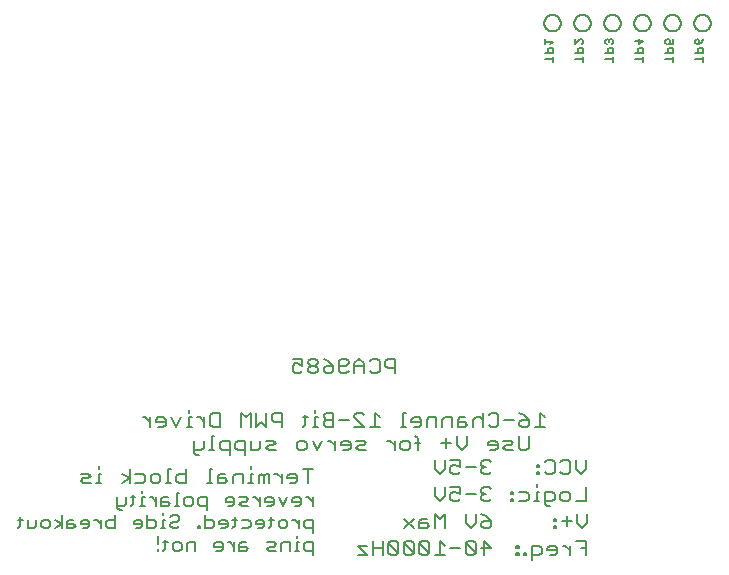
<source format=gbr>
G04 EAGLE Gerber RS-274X export*
G75*
%MOMM*%
%FSLAX34Y34*%
%LPD*%
%INSilkscreen Bottom*%
%IPPOS*%
%AMOC8*
5,1,8,0,0,1.08239X$1,22.5*%
G01*
%ADD10C,0.177800*%
%ADD11C,0.152400*%
%ADD12C,0.203200*%


D10*
X496951Y94626D02*
X496951Y86321D01*
X492799Y82169D01*
X488647Y86321D01*
X488647Y94626D01*
X477625Y94626D02*
X475549Y92550D01*
X477625Y94626D02*
X481778Y94626D01*
X483854Y92550D01*
X483854Y84245D01*
X481778Y82169D01*
X477625Y82169D01*
X475549Y84245D01*
X464528Y94626D02*
X462452Y92550D01*
X464528Y94626D02*
X468680Y94626D01*
X470757Y92550D01*
X470757Y84245D01*
X468680Y82169D01*
X464528Y82169D01*
X462452Y84245D01*
X457659Y90473D02*
X455583Y90473D01*
X455583Y88397D01*
X457659Y88397D01*
X457659Y90473D01*
X457659Y84245D02*
X455583Y84245D01*
X455583Y82169D01*
X457659Y82169D01*
X457659Y84245D01*
X496951Y71766D02*
X496951Y59309D01*
X488647Y59309D01*
X481778Y59309D02*
X477625Y59309D01*
X475549Y61385D01*
X475549Y65537D01*
X477625Y67613D01*
X481778Y67613D01*
X483854Y65537D01*
X483854Y61385D01*
X481778Y59309D01*
X466604Y55157D02*
X464528Y55157D01*
X462452Y57233D01*
X462452Y67613D01*
X468680Y67613D01*
X470757Y65537D01*
X470757Y61385D01*
X468680Y59309D01*
X462452Y59309D01*
X457659Y67613D02*
X455583Y67613D01*
X455583Y59309D01*
X457659Y59309D02*
X453507Y59309D01*
X455583Y71766D02*
X455583Y73842D01*
X446852Y67613D02*
X440623Y67613D01*
X446852Y67613D02*
X448928Y65537D01*
X448928Y61385D01*
X446852Y59309D01*
X440623Y59309D01*
X435831Y67613D02*
X433754Y67613D01*
X433754Y65537D01*
X435831Y65537D01*
X435831Y67613D01*
X435831Y61385D02*
X433754Y61385D01*
X433754Y59309D01*
X435831Y59309D01*
X435831Y61385D01*
X498221Y48906D02*
X498221Y40601D01*
X494069Y36449D01*
X489917Y40601D01*
X489917Y48906D01*
X485124Y42677D02*
X476819Y42677D01*
X480972Y38525D02*
X480972Y46830D01*
X472027Y44753D02*
X469950Y44753D01*
X469950Y42677D01*
X472027Y42677D01*
X472027Y44753D01*
X472027Y38525D02*
X469950Y38525D01*
X469950Y36449D01*
X472027Y36449D01*
X472027Y38525D01*
X416941Y92550D02*
X414865Y94626D01*
X410713Y94626D01*
X408637Y92550D01*
X408637Y90473D01*
X410713Y88397D01*
X412789Y88397D01*
X410713Y88397D02*
X408637Y86321D01*
X408637Y84245D01*
X410713Y82169D01*
X414865Y82169D01*
X416941Y84245D01*
X403844Y88397D02*
X395539Y88397D01*
X390747Y94626D02*
X382442Y94626D01*
X390747Y94626D02*
X390747Y88397D01*
X386594Y90473D01*
X384518Y90473D01*
X382442Y88397D01*
X382442Y84245D01*
X384518Y82169D01*
X388670Y82169D01*
X390747Y84245D01*
X377649Y86321D02*
X377649Y94626D01*
X377649Y86321D02*
X373497Y82169D01*
X369345Y86321D01*
X369345Y94626D01*
X414865Y71766D02*
X416941Y69690D01*
X414865Y71766D02*
X410713Y71766D01*
X408637Y69690D01*
X408637Y67613D01*
X410713Y65537D01*
X412789Y65537D01*
X410713Y65537D02*
X408637Y63461D01*
X408637Y61385D01*
X410713Y59309D01*
X414865Y59309D01*
X416941Y61385D01*
X403844Y65537D02*
X395539Y65537D01*
X390747Y71766D02*
X382442Y71766D01*
X390747Y71766D02*
X390747Y65537D01*
X386594Y67613D01*
X384518Y67613D01*
X382442Y65537D01*
X382442Y61385D01*
X384518Y59309D01*
X388670Y59309D01*
X390747Y61385D01*
X377649Y63461D02*
X377649Y71766D01*
X377649Y63461D02*
X373497Y59309D01*
X369345Y63461D01*
X369345Y71766D01*
X408637Y48906D02*
X412789Y46830D01*
X416941Y42677D01*
X416941Y38525D01*
X414865Y36449D01*
X410713Y36449D01*
X408637Y38525D01*
X408637Y40601D01*
X410713Y42677D01*
X416941Y42677D01*
X403844Y40601D02*
X403844Y48906D01*
X403844Y40601D02*
X399692Y36449D01*
X395539Y40601D01*
X395539Y48906D01*
X377649Y48906D02*
X377649Y36449D01*
X373497Y44753D02*
X377649Y48906D01*
X373497Y44753D02*
X369345Y48906D01*
X369345Y36449D01*
X362476Y44753D02*
X358324Y44753D01*
X356248Y42677D01*
X356248Y36449D01*
X362476Y36449D01*
X364552Y38525D01*
X362476Y40601D01*
X356248Y40601D01*
X351455Y44753D02*
X343150Y36449D01*
X343150Y44753D02*
X351455Y36449D01*
X448691Y104565D02*
X448691Y114946D01*
X448691Y104565D02*
X446615Y102489D01*
X442463Y102489D01*
X440387Y104565D01*
X440387Y114946D01*
X435594Y102489D02*
X429365Y102489D01*
X427289Y104565D01*
X429365Y106641D01*
X433518Y106641D01*
X435594Y108717D01*
X433518Y110793D01*
X427289Y110793D01*
X420420Y102489D02*
X416268Y102489D01*
X420420Y102489D02*
X422497Y104565D01*
X422497Y108717D01*
X420420Y110793D01*
X416268Y110793D01*
X414192Y108717D01*
X414192Y106641D01*
X422497Y106641D01*
X396302Y106641D02*
X396302Y114946D01*
X396302Y106641D02*
X392150Y102489D01*
X387998Y106641D01*
X387998Y114946D01*
X383205Y108717D02*
X374900Y108717D01*
X379053Y104565D02*
X379053Y112870D01*
X354934Y112870D02*
X354934Y102489D01*
X354934Y112870D02*
X352858Y114946D01*
X352858Y108717D02*
X357010Y108717D01*
X346203Y102489D02*
X342050Y102489D01*
X339974Y104565D01*
X339974Y108717D01*
X342050Y110793D01*
X346203Y110793D01*
X348279Y108717D01*
X348279Y104565D01*
X346203Y102489D01*
X335182Y102489D02*
X335182Y110793D01*
X335182Y106641D02*
X331029Y110793D01*
X328953Y110793D01*
X311170Y102489D02*
X304942Y102489D01*
X302865Y104565D01*
X304942Y106641D01*
X309094Y106641D01*
X311170Y108717D01*
X309094Y110793D01*
X302865Y110793D01*
X295997Y102489D02*
X291844Y102489D01*
X295997Y102489D02*
X298073Y104565D01*
X298073Y108717D01*
X295997Y110793D01*
X291844Y110793D01*
X289768Y108717D01*
X289768Y106641D01*
X298073Y106641D01*
X284975Y102489D02*
X284975Y110793D01*
X284975Y106641D02*
X280823Y110793D01*
X278747Y110793D01*
X274061Y110793D02*
X269909Y102489D01*
X265757Y110793D01*
X258888Y102489D02*
X254735Y102489D01*
X252659Y104565D01*
X252659Y108717D01*
X254735Y110793D01*
X258888Y110793D01*
X260964Y108717D01*
X260964Y104565D01*
X258888Y102489D01*
X234769Y102489D02*
X228541Y102489D01*
X226465Y104565D01*
X228541Y106641D01*
X232693Y106641D01*
X234769Y108717D01*
X232693Y110793D01*
X226465Y110793D01*
X221672Y110793D02*
X221672Y104565D01*
X219596Y102489D01*
X213368Y102489D01*
X213368Y110793D01*
X208575Y110793D02*
X208575Y98337D01*
X208575Y110793D02*
X202346Y110793D01*
X200270Y108717D01*
X200270Y104565D01*
X202346Y102489D01*
X208575Y102489D01*
X195478Y98337D02*
X195478Y110793D01*
X189249Y110793D01*
X187173Y108717D01*
X187173Y104565D01*
X189249Y102489D01*
X195478Y102489D01*
X182380Y114946D02*
X180304Y114946D01*
X180304Y102489D01*
X182380Y102489D02*
X178228Y102489D01*
X173649Y104565D02*
X173649Y110793D01*
X173649Y104565D02*
X171573Y102489D01*
X165344Y102489D01*
X165344Y100413D02*
X165344Y110793D01*
X165344Y100413D02*
X167420Y98337D01*
X169497Y98337D01*
X335781Y167767D02*
X335781Y180224D01*
X329553Y180224D01*
X327477Y178148D01*
X327477Y173995D01*
X329553Y171919D01*
X335781Y171919D01*
X316456Y180224D02*
X314380Y178148D01*
X316456Y180224D02*
X320608Y180224D01*
X322684Y178148D01*
X322684Y169843D01*
X320608Y167767D01*
X316456Y167767D01*
X314380Y169843D01*
X309587Y167767D02*
X309587Y176071D01*
X305435Y180224D01*
X301283Y176071D01*
X301283Y167767D01*
X301283Y173995D02*
X309587Y173995D01*
X296490Y169843D02*
X294414Y167767D01*
X290261Y167767D01*
X288185Y169843D01*
X288185Y178148D01*
X290261Y180224D01*
X294414Y180224D01*
X296490Y178148D01*
X296490Y176071D01*
X294414Y173995D01*
X288185Y173995D01*
X279240Y178148D02*
X275088Y180224D01*
X279240Y178148D02*
X283392Y173995D01*
X283392Y169843D01*
X281316Y167767D01*
X277164Y167767D01*
X275088Y169843D01*
X275088Y171919D01*
X277164Y173995D01*
X283392Y173995D01*
X270295Y178148D02*
X268219Y180224D01*
X264067Y180224D01*
X261991Y178148D01*
X261991Y176071D01*
X264067Y173995D01*
X261991Y171919D01*
X261991Y169843D01*
X264067Y167767D01*
X268219Y167767D01*
X270295Y169843D01*
X270295Y171919D01*
X268219Y173995D01*
X270295Y176071D01*
X270295Y178148D01*
X268219Y173995D02*
X264067Y173995D01*
X257198Y180224D02*
X248894Y180224D01*
X257198Y180224D02*
X257198Y173995D01*
X253046Y176071D01*
X250970Y176071D01*
X248894Y173995D01*
X248894Y169843D01*
X250970Y167767D01*
X255122Y167767D01*
X257198Y169843D01*
X261659Y87006D02*
X261659Y74549D01*
X265811Y87006D02*
X257507Y87006D01*
X250638Y74549D02*
X246485Y74549D01*
X250638Y74549D02*
X252714Y76625D01*
X252714Y80777D01*
X250638Y82853D01*
X246485Y82853D01*
X244409Y80777D01*
X244409Y78701D01*
X252714Y78701D01*
X239617Y74549D02*
X239617Y82853D01*
X239617Y78701D02*
X235464Y82853D01*
X233388Y82853D01*
X228702Y82853D02*
X228702Y74549D01*
X228702Y82853D02*
X226626Y82853D01*
X224550Y80777D01*
X224550Y74549D01*
X224550Y80777D02*
X222474Y82853D01*
X220398Y80777D01*
X220398Y74549D01*
X215605Y82853D02*
X213529Y82853D01*
X213529Y74549D01*
X215605Y74549D02*
X211453Y74549D01*
X213529Y87006D02*
X213529Y89082D01*
X206873Y82853D02*
X206873Y74549D01*
X206873Y82853D02*
X200645Y82853D01*
X198569Y80777D01*
X198569Y74549D01*
X191700Y82853D02*
X187548Y82853D01*
X185472Y80777D01*
X185472Y74549D01*
X191700Y74549D01*
X193776Y76625D01*
X191700Y78701D01*
X185472Y78701D01*
X180679Y87006D02*
X178603Y87006D01*
X178603Y74549D01*
X180679Y74549D02*
X176527Y74549D01*
X158850Y74549D02*
X158850Y87006D01*
X158850Y74549D02*
X152622Y74549D01*
X150546Y76625D01*
X150546Y80777D01*
X152622Y82853D01*
X158850Y82853D01*
X145753Y87006D02*
X143677Y87006D01*
X143677Y74549D01*
X145753Y74549D02*
X141601Y74549D01*
X134945Y74549D02*
X130793Y74549D01*
X128717Y76625D01*
X128717Y80777D01*
X130793Y82853D01*
X134945Y82853D01*
X137021Y80777D01*
X137021Y76625D01*
X134945Y74549D01*
X121848Y82853D02*
X115620Y82853D01*
X121848Y82853D02*
X123924Y80777D01*
X123924Y76625D01*
X121848Y74549D01*
X115620Y74549D01*
X110827Y74549D02*
X110827Y87006D01*
X110827Y78701D02*
X104599Y74549D01*
X110827Y78701D02*
X104599Y82853D01*
X86815Y82853D02*
X84739Y82853D01*
X84739Y74549D01*
X86815Y74549D02*
X82663Y74549D01*
X84739Y87006D02*
X84739Y89082D01*
X78084Y74549D02*
X71855Y74549D01*
X69779Y76625D01*
X71855Y78701D01*
X76008Y78701D01*
X78084Y80777D01*
X76008Y82853D01*
X69779Y82853D01*
D11*
X265938Y62829D02*
X265938Y55372D01*
X265938Y59101D02*
X262210Y62829D01*
X260345Y62829D01*
X254329Y55372D02*
X250600Y55372D01*
X254329Y55372D02*
X256193Y57236D01*
X256193Y60965D01*
X254329Y62829D01*
X250600Y62829D01*
X248736Y60965D01*
X248736Y59101D01*
X256193Y59101D01*
X244499Y62829D02*
X240771Y55372D01*
X237042Y62829D01*
X230941Y55372D02*
X227212Y55372D01*
X230941Y55372D02*
X232805Y57236D01*
X232805Y60965D01*
X230941Y62829D01*
X227212Y62829D01*
X225348Y60965D01*
X225348Y59101D01*
X232805Y59101D01*
X221111Y62829D02*
X221111Y55372D01*
X221111Y59101D02*
X217383Y62829D01*
X215518Y62829D01*
X211366Y55372D02*
X205773Y55372D01*
X203909Y57236D01*
X205773Y59101D01*
X209502Y59101D01*
X211366Y60965D01*
X209502Y62829D01*
X203909Y62829D01*
X197808Y55372D02*
X194079Y55372D01*
X197808Y55372D02*
X199672Y57236D01*
X199672Y60965D01*
X197808Y62829D01*
X194079Y62829D01*
X192215Y60965D01*
X192215Y59101D01*
X199672Y59101D01*
X176284Y62829D02*
X176284Y51644D01*
X176284Y62829D02*
X170692Y62829D01*
X168827Y60965D01*
X168827Y57236D01*
X170692Y55372D01*
X176284Y55372D01*
X162726Y55372D02*
X158998Y55372D01*
X157133Y57236D01*
X157133Y60965D01*
X158998Y62829D01*
X162726Y62829D01*
X164590Y60965D01*
X164590Y57236D01*
X162726Y55372D01*
X152896Y66558D02*
X151032Y66558D01*
X151032Y55372D01*
X152896Y55372D02*
X149168Y55372D01*
X143236Y62829D02*
X139508Y62829D01*
X137643Y60965D01*
X137643Y55372D01*
X143236Y55372D01*
X145100Y57236D01*
X143236Y59101D01*
X137643Y59101D01*
X133406Y62829D02*
X133406Y55372D01*
X133406Y59101D02*
X129678Y62829D01*
X127814Y62829D01*
X123661Y62829D02*
X121797Y62829D01*
X121797Y55372D01*
X123661Y55372D02*
X119933Y55372D01*
X121797Y66558D02*
X121797Y68422D01*
X114001Y64693D02*
X114001Y57236D01*
X112137Y55372D01*
X112137Y62829D02*
X115865Y62829D01*
X108069Y62829D02*
X108069Y57236D01*
X106205Y55372D01*
X100612Y55372D01*
X100612Y53508D02*
X100612Y62829D01*
X100612Y53508D02*
X102477Y51644D01*
X104341Y51644D01*
X265938Y43779D02*
X265938Y32594D01*
X265938Y43779D02*
X260345Y43779D01*
X258481Y41915D01*
X258481Y38186D01*
X260345Y36322D01*
X265938Y36322D01*
X254244Y36322D02*
X254244Y43779D01*
X254244Y40051D02*
X250516Y43779D01*
X248651Y43779D01*
X242635Y36322D02*
X238906Y36322D01*
X237042Y38186D01*
X237042Y41915D01*
X238906Y43779D01*
X242635Y43779D01*
X244499Y41915D01*
X244499Y38186D01*
X242635Y36322D01*
X230941Y38186D02*
X230941Y45643D01*
X230941Y38186D02*
X229077Y36322D01*
X229077Y43779D02*
X232805Y43779D01*
X223145Y36322D02*
X219416Y36322D01*
X223145Y36322D02*
X225009Y38186D01*
X225009Y41915D01*
X223145Y43779D01*
X219416Y43779D01*
X217552Y41915D01*
X217552Y40051D01*
X225009Y40051D01*
X211451Y43779D02*
X205858Y43779D01*
X211451Y43779D02*
X213315Y41915D01*
X213315Y38186D01*
X211451Y36322D01*
X205858Y36322D01*
X199757Y38186D02*
X199757Y45643D01*
X199757Y38186D02*
X197893Y36322D01*
X197893Y43779D02*
X201621Y43779D01*
X191961Y36322D02*
X188232Y36322D01*
X191961Y36322D02*
X193825Y38186D01*
X193825Y41915D01*
X191961Y43779D01*
X188232Y43779D01*
X186368Y41915D01*
X186368Y40051D01*
X193825Y40051D01*
X174674Y36322D02*
X174674Y47508D01*
X174674Y36322D02*
X180267Y36322D01*
X182131Y38186D01*
X182131Y41915D01*
X180267Y43779D01*
X174674Y43779D01*
X170437Y38186D02*
X170437Y36322D01*
X170437Y38186D02*
X168573Y38186D01*
X168573Y36322D01*
X170437Y36322D01*
X147304Y47508D02*
X145439Y45643D01*
X147304Y47508D02*
X151032Y47508D01*
X152896Y45643D01*
X152896Y43779D01*
X151032Y41915D01*
X147304Y41915D01*
X145439Y40051D01*
X145439Y38186D01*
X147304Y36322D01*
X151032Y36322D01*
X152896Y38186D01*
X141202Y43779D02*
X139338Y43779D01*
X139338Y36322D01*
X141202Y36322D02*
X137474Y36322D01*
X139338Y47508D02*
X139338Y49372D01*
X125949Y47508D02*
X125949Y36322D01*
X131542Y36322D01*
X133406Y38186D01*
X133406Y41915D01*
X131542Y43779D01*
X125949Y43779D01*
X119848Y36322D02*
X116120Y36322D01*
X119848Y36322D02*
X121712Y38186D01*
X121712Y41915D01*
X119848Y43779D01*
X116120Y43779D01*
X114255Y41915D01*
X114255Y40051D01*
X121712Y40051D01*
X98325Y36322D02*
X98325Y47508D01*
X98325Y36322D02*
X92732Y36322D01*
X90867Y38186D01*
X90867Y41915D01*
X92732Y43779D01*
X98325Y43779D01*
X86631Y43779D02*
X86631Y36322D01*
X86631Y40051D02*
X82902Y43779D01*
X81038Y43779D01*
X75021Y36322D02*
X71293Y36322D01*
X75021Y36322D02*
X76886Y38186D01*
X76886Y41915D01*
X75021Y43779D01*
X71293Y43779D01*
X69429Y41915D01*
X69429Y40051D01*
X76886Y40051D01*
X63327Y43779D02*
X59599Y43779D01*
X57735Y41915D01*
X57735Y36322D01*
X63327Y36322D01*
X65192Y38186D01*
X63327Y40051D01*
X57735Y40051D01*
X53498Y36322D02*
X53498Y47508D01*
X53498Y40051D02*
X47905Y36322D01*
X53498Y40051D02*
X47905Y43779D01*
X41888Y36322D02*
X38160Y36322D01*
X36296Y38186D01*
X36296Y41915D01*
X38160Y43779D01*
X41888Y43779D01*
X43753Y41915D01*
X43753Y38186D01*
X41888Y36322D01*
X32059Y38186D02*
X32059Y43779D01*
X32059Y38186D02*
X30194Y36322D01*
X24602Y36322D01*
X24602Y43779D01*
X18500Y45643D02*
X18500Y38186D01*
X16636Y36322D01*
X16636Y43779D02*
X20365Y43779D01*
X265938Y24729D02*
X265938Y13544D01*
X265938Y24729D02*
X260345Y24729D01*
X258481Y22865D01*
X258481Y19136D01*
X260345Y17272D01*
X265938Y17272D01*
X254244Y24729D02*
X252380Y24729D01*
X252380Y17272D01*
X254244Y17272D02*
X250516Y17272D01*
X252380Y28458D02*
X252380Y30322D01*
X246448Y24729D02*
X246448Y17272D01*
X246448Y24729D02*
X240855Y24729D01*
X238991Y22865D01*
X238991Y17272D01*
X234754Y17272D02*
X229161Y17272D01*
X227297Y19136D01*
X229161Y21001D01*
X232890Y21001D01*
X234754Y22865D01*
X232890Y24729D01*
X227297Y24729D01*
X209502Y24729D02*
X205773Y24729D01*
X203909Y22865D01*
X203909Y17272D01*
X209502Y17272D01*
X211366Y19136D01*
X209502Y21001D01*
X203909Y21001D01*
X199672Y24729D02*
X199672Y17272D01*
X199672Y21001D02*
X195944Y24729D01*
X194079Y24729D01*
X188063Y17272D02*
X184334Y17272D01*
X188063Y17272D02*
X189927Y19136D01*
X189927Y22865D01*
X188063Y24729D01*
X184334Y24729D01*
X182470Y22865D01*
X182470Y21001D01*
X189927Y21001D01*
X166539Y17272D02*
X166539Y24729D01*
X160947Y24729D01*
X159082Y22865D01*
X159082Y17272D01*
X152981Y17272D02*
X149253Y17272D01*
X147388Y19136D01*
X147388Y22865D01*
X149253Y24729D01*
X152981Y24729D01*
X154845Y22865D01*
X154845Y19136D01*
X152981Y17272D01*
X141287Y19136D02*
X141287Y26593D01*
X141287Y19136D02*
X139423Y17272D01*
X139423Y24729D02*
X143151Y24729D01*
X135355Y19136D02*
X135355Y17272D01*
X135355Y22865D02*
X135355Y30322D01*
D10*
X496951Y26046D02*
X496951Y13589D01*
X496951Y26046D02*
X488647Y26046D01*
X492799Y19817D02*
X496951Y19817D01*
X483854Y21893D02*
X483854Y13589D01*
X483854Y17741D02*
X479702Y21893D01*
X477625Y21893D01*
X470863Y13589D02*
X466711Y13589D01*
X470863Y13589D02*
X472939Y15665D01*
X472939Y19817D01*
X470863Y21893D01*
X466711Y21893D01*
X464635Y19817D01*
X464635Y17741D01*
X472939Y17741D01*
X451538Y21893D02*
X451538Y9437D01*
X451538Y21893D02*
X457766Y21893D01*
X459842Y19817D01*
X459842Y15665D01*
X457766Y13589D01*
X451538Y13589D01*
X446745Y13589D02*
X446745Y15665D01*
X444669Y15665D01*
X444669Y13589D01*
X446745Y13589D01*
X440196Y21893D02*
X438120Y21893D01*
X438120Y19817D01*
X440196Y19817D01*
X440196Y21893D01*
X440196Y15665D02*
X438120Y15665D01*
X438120Y13589D01*
X440196Y13589D01*
X440196Y15665D01*
X410713Y13589D02*
X410713Y26046D01*
X416941Y19817D01*
X408637Y19817D01*
X403844Y15665D02*
X403844Y23970D01*
X401768Y26046D01*
X397615Y26046D01*
X395539Y23970D01*
X395539Y15665D01*
X397615Y13589D01*
X401768Y13589D01*
X403844Y15665D01*
X395539Y23970D01*
X390747Y19817D02*
X382442Y19817D01*
X377649Y21893D02*
X373497Y26046D01*
X373497Y13589D01*
X377649Y13589D02*
X369345Y13589D01*
X364552Y15665D02*
X364552Y23970D01*
X362476Y26046D01*
X358324Y26046D01*
X356248Y23970D01*
X356248Y15665D01*
X358324Y13589D01*
X362476Y13589D01*
X364552Y15665D01*
X356248Y23970D01*
X351455Y23970D02*
X351455Y15665D01*
X351455Y23970D02*
X349379Y26046D01*
X345226Y26046D01*
X343150Y23970D01*
X343150Y15665D01*
X345226Y13589D01*
X349379Y13589D01*
X351455Y15665D01*
X343150Y23970D01*
X338358Y23970D02*
X338358Y15665D01*
X338358Y23970D02*
X336281Y26046D01*
X332129Y26046D01*
X330053Y23970D01*
X330053Y15665D01*
X332129Y13589D01*
X336281Y13589D01*
X338358Y15665D01*
X330053Y23970D01*
X325260Y26046D02*
X325260Y13589D01*
X325260Y19817D02*
X316956Y19817D01*
X316956Y13589D02*
X316956Y26046D01*
X312163Y21893D02*
X303859Y21893D01*
X312163Y13589D01*
X303859Y13589D01*
X458236Y134504D02*
X462388Y130351D01*
X458236Y134504D02*
X458236Y122047D01*
X462388Y122047D02*
X454084Y122047D01*
X445139Y132428D02*
X440987Y134504D01*
X445139Y132428D02*
X449291Y128275D01*
X449291Y124123D01*
X447215Y122047D01*
X443063Y122047D01*
X440987Y124123D01*
X440987Y126199D01*
X443063Y128275D01*
X449291Y128275D01*
X436194Y128275D02*
X427890Y128275D01*
X416868Y134504D02*
X414792Y132428D01*
X416868Y134504D02*
X421021Y134504D01*
X423097Y132428D01*
X423097Y124123D01*
X421021Y122047D01*
X416868Y122047D01*
X414792Y124123D01*
X409999Y122047D02*
X409999Y134504D01*
X407923Y130351D02*
X409999Y128275D01*
X407923Y130351D02*
X403771Y130351D01*
X401695Y128275D01*
X401695Y122047D01*
X394826Y130351D02*
X390674Y130351D01*
X388598Y128275D01*
X388598Y122047D01*
X394826Y122047D01*
X396902Y124123D01*
X394826Y126199D01*
X388598Y126199D01*
X383805Y122047D02*
X383805Y130351D01*
X377577Y130351D01*
X375501Y128275D01*
X375501Y122047D01*
X370708Y122047D02*
X370708Y130351D01*
X364479Y130351D01*
X362403Y128275D01*
X362403Y122047D01*
X355534Y122047D02*
X351382Y122047D01*
X355534Y122047D02*
X357610Y124123D01*
X357610Y128275D01*
X355534Y130351D01*
X351382Y130351D01*
X349306Y128275D01*
X349306Y126199D01*
X357610Y126199D01*
X344513Y134504D02*
X342437Y134504D01*
X342437Y122047D01*
X344513Y122047D02*
X340361Y122047D01*
X322684Y130351D02*
X318532Y134504D01*
X318532Y122047D01*
X322684Y122047D02*
X314380Y122047D01*
X309587Y122047D02*
X301283Y122047D01*
X309587Y122047D02*
X301283Y130351D01*
X301283Y132428D01*
X303359Y134504D01*
X307511Y134504D01*
X309587Y132428D01*
X296490Y128275D02*
X288186Y128275D01*
X283393Y122047D02*
X283393Y134504D01*
X277164Y134504D01*
X275088Y132428D01*
X275088Y130351D01*
X277164Y128275D01*
X275088Y126199D01*
X275088Y124123D01*
X277164Y122047D01*
X283393Y122047D01*
X283393Y128275D02*
X277164Y128275D01*
X270295Y130351D02*
X268219Y130351D01*
X268219Y122047D01*
X270295Y122047D02*
X266143Y122047D01*
X268219Y134504D02*
X268219Y136580D01*
X259488Y132428D02*
X259488Y124123D01*
X257412Y122047D01*
X257412Y130351D02*
X261564Y130351D01*
X239735Y134504D02*
X239735Y122047D01*
X239735Y134504D02*
X233507Y134504D01*
X231431Y132428D01*
X231431Y128275D01*
X233507Y126199D01*
X239735Y126199D01*
X226638Y122047D02*
X226638Y134504D01*
X222486Y126199D02*
X226638Y122047D01*
X222486Y126199D02*
X218334Y122047D01*
X218334Y134504D01*
X213541Y134504D02*
X213541Y122047D01*
X209389Y130351D02*
X213541Y134504D01*
X209389Y130351D02*
X205236Y134504D01*
X205236Y122047D01*
X187346Y122047D02*
X187346Y134504D01*
X187346Y122047D02*
X181118Y122047D01*
X179042Y124123D01*
X179042Y132428D01*
X181118Y134504D01*
X187346Y134504D01*
X174249Y130351D02*
X174249Y122047D01*
X174249Y126199D02*
X170097Y130351D01*
X168021Y130351D01*
X163335Y130351D02*
X161258Y130351D01*
X161258Y122047D01*
X159182Y122047D02*
X163335Y122047D01*
X161258Y134504D02*
X161258Y136580D01*
X154603Y130351D02*
X150451Y122047D01*
X146299Y130351D01*
X139430Y122047D02*
X135278Y122047D01*
X139430Y122047D02*
X141506Y124123D01*
X141506Y128275D01*
X139430Y130351D01*
X135278Y130351D01*
X133201Y128275D01*
X133201Y126199D01*
X141506Y126199D01*
X128409Y122047D02*
X128409Y130351D01*
X128409Y126199D02*
X124256Y130351D01*
X122180Y130351D01*
D12*
X461940Y464330D02*
X461942Y464502D01*
X461948Y464673D01*
X461959Y464845D01*
X461974Y465016D01*
X461993Y465187D01*
X462016Y465357D01*
X462043Y465527D01*
X462075Y465696D01*
X462110Y465864D01*
X462150Y466031D01*
X462194Y466197D01*
X462241Y466362D01*
X462293Y466526D01*
X462349Y466688D01*
X462409Y466849D01*
X462473Y467009D01*
X462541Y467167D01*
X462612Y467323D01*
X462687Y467477D01*
X462767Y467630D01*
X462849Y467780D01*
X462936Y467929D01*
X463026Y468075D01*
X463120Y468219D01*
X463217Y468361D01*
X463318Y468500D01*
X463422Y468637D01*
X463529Y468771D01*
X463640Y468902D01*
X463753Y469031D01*
X463870Y469157D01*
X463990Y469280D01*
X464113Y469400D01*
X464239Y469517D01*
X464368Y469630D01*
X464499Y469741D01*
X464633Y469848D01*
X464770Y469952D01*
X464909Y470053D01*
X465051Y470150D01*
X465195Y470244D01*
X465341Y470334D01*
X465490Y470421D01*
X465640Y470503D01*
X465793Y470583D01*
X465947Y470658D01*
X466103Y470729D01*
X466261Y470797D01*
X466421Y470861D01*
X466582Y470921D01*
X466744Y470977D01*
X466908Y471029D01*
X467073Y471076D01*
X467239Y471120D01*
X467406Y471160D01*
X467574Y471195D01*
X467743Y471227D01*
X467913Y471254D01*
X468083Y471277D01*
X468254Y471296D01*
X468425Y471311D01*
X468597Y471322D01*
X468768Y471328D01*
X468940Y471330D01*
X469112Y471328D01*
X469283Y471322D01*
X469455Y471311D01*
X469626Y471296D01*
X469797Y471277D01*
X469967Y471254D01*
X470137Y471227D01*
X470306Y471195D01*
X470474Y471160D01*
X470641Y471120D01*
X470807Y471076D01*
X470972Y471029D01*
X471136Y470977D01*
X471298Y470921D01*
X471459Y470861D01*
X471619Y470797D01*
X471777Y470729D01*
X471933Y470658D01*
X472087Y470583D01*
X472240Y470503D01*
X472390Y470421D01*
X472539Y470334D01*
X472685Y470244D01*
X472829Y470150D01*
X472971Y470053D01*
X473110Y469952D01*
X473247Y469848D01*
X473381Y469741D01*
X473512Y469630D01*
X473641Y469517D01*
X473767Y469400D01*
X473890Y469280D01*
X474010Y469157D01*
X474127Y469031D01*
X474240Y468902D01*
X474351Y468771D01*
X474458Y468637D01*
X474562Y468500D01*
X474663Y468361D01*
X474760Y468219D01*
X474854Y468075D01*
X474944Y467929D01*
X475031Y467780D01*
X475113Y467630D01*
X475193Y467477D01*
X475268Y467323D01*
X475339Y467167D01*
X475407Y467009D01*
X475471Y466849D01*
X475531Y466688D01*
X475587Y466526D01*
X475639Y466362D01*
X475686Y466197D01*
X475730Y466031D01*
X475770Y465864D01*
X475805Y465696D01*
X475837Y465527D01*
X475864Y465357D01*
X475887Y465187D01*
X475906Y465016D01*
X475921Y464845D01*
X475932Y464673D01*
X475938Y464502D01*
X475940Y464330D01*
X475938Y464158D01*
X475932Y463987D01*
X475921Y463815D01*
X475906Y463644D01*
X475887Y463473D01*
X475864Y463303D01*
X475837Y463133D01*
X475805Y462964D01*
X475770Y462796D01*
X475730Y462629D01*
X475686Y462463D01*
X475639Y462298D01*
X475587Y462134D01*
X475531Y461972D01*
X475471Y461811D01*
X475407Y461651D01*
X475339Y461493D01*
X475268Y461337D01*
X475193Y461183D01*
X475113Y461030D01*
X475031Y460880D01*
X474944Y460731D01*
X474854Y460585D01*
X474760Y460441D01*
X474663Y460299D01*
X474562Y460160D01*
X474458Y460023D01*
X474351Y459889D01*
X474240Y459758D01*
X474127Y459629D01*
X474010Y459503D01*
X473890Y459380D01*
X473767Y459260D01*
X473641Y459143D01*
X473512Y459030D01*
X473381Y458919D01*
X473247Y458812D01*
X473110Y458708D01*
X472971Y458607D01*
X472829Y458510D01*
X472685Y458416D01*
X472539Y458326D01*
X472390Y458239D01*
X472240Y458157D01*
X472087Y458077D01*
X471933Y458002D01*
X471777Y457931D01*
X471619Y457863D01*
X471459Y457799D01*
X471298Y457739D01*
X471136Y457683D01*
X470972Y457631D01*
X470807Y457584D01*
X470641Y457540D01*
X470474Y457500D01*
X470306Y457465D01*
X470137Y457433D01*
X469967Y457406D01*
X469797Y457383D01*
X469626Y457364D01*
X469455Y457349D01*
X469283Y457338D01*
X469112Y457332D01*
X468940Y457330D01*
X468768Y457332D01*
X468597Y457338D01*
X468425Y457349D01*
X468254Y457364D01*
X468083Y457383D01*
X467913Y457406D01*
X467743Y457433D01*
X467574Y457465D01*
X467406Y457500D01*
X467239Y457540D01*
X467073Y457584D01*
X466908Y457631D01*
X466744Y457683D01*
X466582Y457739D01*
X466421Y457799D01*
X466261Y457863D01*
X466103Y457931D01*
X465947Y458002D01*
X465793Y458077D01*
X465640Y458157D01*
X465490Y458239D01*
X465341Y458326D01*
X465195Y458416D01*
X465051Y458510D01*
X464909Y458607D01*
X464770Y458708D01*
X464633Y458812D01*
X464499Y458919D01*
X464368Y459030D01*
X464239Y459143D01*
X464113Y459260D01*
X463990Y459380D01*
X463870Y459503D01*
X463753Y459629D01*
X463640Y459758D01*
X463529Y459889D01*
X463422Y460023D01*
X463318Y460160D01*
X463217Y460299D01*
X463120Y460441D01*
X463026Y460585D01*
X462936Y460731D01*
X462849Y460880D01*
X462767Y461030D01*
X462687Y461183D01*
X462612Y461337D01*
X462541Y461493D01*
X462473Y461651D01*
X462409Y461811D01*
X462349Y461972D01*
X462293Y462134D01*
X462241Y462298D01*
X462194Y462463D01*
X462150Y462629D01*
X462110Y462796D01*
X462075Y462964D01*
X462043Y463133D01*
X462016Y463303D01*
X461993Y463473D01*
X461974Y463644D01*
X461959Y463815D01*
X461948Y463987D01*
X461942Y464158D01*
X461940Y464330D01*
D11*
X462844Y433413D02*
X469454Y433413D01*
X469454Y431210D02*
X469454Y435616D01*
X469454Y438694D02*
X462844Y438694D01*
X469454Y438694D02*
X469454Y441999D01*
X468352Y443100D01*
X466149Y443100D01*
X465047Y441999D01*
X465047Y438694D01*
X467250Y446178D02*
X469454Y448381D01*
X462844Y448381D01*
X462844Y446178D02*
X462844Y450584D01*
D12*
X487340Y464330D02*
X487342Y464502D01*
X487348Y464673D01*
X487359Y464845D01*
X487374Y465016D01*
X487393Y465187D01*
X487416Y465357D01*
X487443Y465527D01*
X487475Y465696D01*
X487510Y465864D01*
X487550Y466031D01*
X487594Y466197D01*
X487641Y466362D01*
X487693Y466526D01*
X487749Y466688D01*
X487809Y466849D01*
X487873Y467009D01*
X487941Y467167D01*
X488012Y467323D01*
X488087Y467477D01*
X488167Y467630D01*
X488249Y467780D01*
X488336Y467929D01*
X488426Y468075D01*
X488520Y468219D01*
X488617Y468361D01*
X488718Y468500D01*
X488822Y468637D01*
X488929Y468771D01*
X489040Y468902D01*
X489153Y469031D01*
X489270Y469157D01*
X489390Y469280D01*
X489513Y469400D01*
X489639Y469517D01*
X489768Y469630D01*
X489899Y469741D01*
X490033Y469848D01*
X490170Y469952D01*
X490309Y470053D01*
X490451Y470150D01*
X490595Y470244D01*
X490741Y470334D01*
X490890Y470421D01*
X491040Y470503D01*
X491193Y470583D01*
X491347Y470658D01*
X491503Y470729D01*
X491661Y470797D01*
X491821Y470861D01*
X491982Y470921D01*
X492144Y470977D01*
X492308Y471029D01*
X492473Y471076D01*
X492639Y471120D01*
X492806Y471160D01*
X492974Y471195D01*
X493143Y471227D01*
X493313Y471254D01*
X493483Y471277D01*
X493654Y471296D01*
X493825Y471311D01*
X493997Y471322D01*
X494168Y471328D01*
X494340Y471330D01*
X494512Y471328D01*
X494683Y471322D01*
X494855Y471311D01*
X495026Y471296D01*
X495197Y471277D01*
X495367Y471254D01*
X495537Y471227D01*
X495706Y471195D01*
X495874Y471160D01*
X496041Y471120D01*
X496207Y471076D01*
X496372Y471029D01*
X496536Y470977D01*
X496698Y470921D01*
X496859Y470861D01*
X497019Y470797D01*
X497177Y470729D01*
X497333Y470658D01*
X497487Y470583D01*
X497640Y470503D01*
X497790Y470421D01*
X497939Y470334D01*
X498085Y470244D01*
X498229Y470150D01*
X498371Y470053D01*
X498510Y469952D01*
X498647Y469848D01*
X498781Y469741D01*
X498912Y469630D01*
X499041Y469517D01*
X499167Y469400D01*
X499290Y469280D01*
X499410Y469157D01*
X499527Y469031D01*
X499640Y468902D01*
X499751Y468771D01*
X499858Y468637D01*
X499962Y468500D01*
X500063Y468361D01*
X500160Y468219D01*
X500254Y468075D01*
X500344Y467929D01*
X500431Y467780D01*
X500513Y467630D01*
X500593Y467477D01*
X500668Y467323D01*
X500739Y467167D01*
X500807Y467009D01*
X500871Y466849D01*
X500931Y466688D01*
X500987Y466526D01*
X501039Y466362D01*
X501086Y466197D01*
X501130Y466031D01*
X501170Y465864D01*
X501205Y465696D01*
X501237Y465527D01*
X501264Y465357D01*
X501287Y465187D01*
X501306Y465016D01*
X501321Y464845D01*
X501332Y464673D01*
X501338Y464502D01*
X501340Y464330D01*
X501338Y464158D01*
X501332Y463987D01*
X501321Y463815D01*
X501306Y463644D01*
X501287Y463473D01*
X501264Y463303D01*
X501237Y463133D01*
X501205Y462964D01*
X501170Y462796D01*
X501130Y462629D01*
X501086Y462463D01*
X501039Y462298D01*
X500987Y462134D01*
X500931Y461972D01*
X500871Y461811D01*
X500807Y461651D01*
X500739Y461493D01*
X500668Y461337D01*
X500593Y461183D01*
X500513Y461030D01*
X500431Y460880D01*
X500344Y460731D01*
X500254Y460585D01*
X500160Y460441D01*
X500063Y460299D01*
X499962Y460160D01*
X499858Y460023D01*
X499751Y459889D01*
X499640Y459758D01*
X499527Y459629D01*
X499410Y459503D01*
X499290Y459380D01*
X499167Y459260D01*
X499041Y459143D01*
X498912Y459030D01*
X498781Y458919D01*
X498647Y458812D01*
X498510Y458708D01*
X498371Y458607D01*
X498229Y458510D01*
X498085Y458416D01*
X497939Y458326D01*
X497790Y458239D01*
X497640Y458157D01*
X497487Y458077D01*
X497333Y458002D01*
X497177Y457931D01*
X497019Y457863D01*
X496859Y457799D01*
X496698Y457739D01*
X496536Y457683D01*
X496372Y457631D01*
X496207Y457584D01*
X496041Y457540D01*
X495874Y457500D01*
X495706Y457465D01*
X495537Y457433D01*
X495367Y457406D01*
X495197Y457383D01*
X495026Y457364D01*
X494855Y457349D01*
X494683Y457338D01*
X494512Y457332D01*
X494340Y457330D01*
X494168Y457332D01*
X493997Y457338D01*
X493825Y457349D01*
X493654Y457364D01*
X493483Y457383D01*
X493313Y457406D01*
X493143Y457433D01*
X492974Y457465D01*
X492806Y457500D01*
X492639Y457540D01*
X492473Y457584D01*
X492308Y457631D01*
X492144Y457683D01*
X491982Y457739D01*
X491821Y457799D01*
X491661Y457863D01*
X491503Y457931D01*
X491347Y458002D01*
X491193Y458077D01*
X491040Y458157D01*
X490890Y458239D01*
X490741Y458326D01*
X490595Y458416D01*
X490451Y458510D01*
X490309Y458607D01*
X490170Y458708D01*
X490033Y458812D01*
X489899Y458919D01*
X489768Y459030D01*
X489639Y459143D01*
X489513Y459260D01*
X489390Y459380D01*
X489270Y459503D01*
X489153Y459629D01*
X489040Y459758D01*
X488929Y459889D01*
X488822Y460023D01*
X488718Y460160D01*
X488617Y460299D01*
X488520Y460441D01*
X488426Y460585D01*
X488336Y460731D01*
X488249Y460880D01*
X488167Y461030D01*
X488087Y461183D01*
X488012Y461337D01*
X487941Y461493D01*
X487873Y461651D01*
X487809Y461811D01*
X487749Y461972D01*
X487693Y462134D01*
X487641Y462298D01*
X487594Y462463D01*
X487550Y462629D01*
X487510Y462796D01*
X487475Y462964D01*
X487443Y463133D01*
X487416Y463303D01*
X487393Y463473D01*
X487374Y463644D01*
X487359Y463815D01*
X487348Y463987D01*
X487342Y464158D01*
X487340Y464330D01*
D11*
X488244Y433413D02*
X494854Y433413D01*
X494854Y431210D02*
X494854Y435616D01*
X494854Y438694D02*
X488244Y438694D01*
X494854Y438694D02*
X494854Y441999D01*
X493752Y443100D01*
X491549Y443100D01*
X490447Y441999D01*
X490447Y438694D01*
X488244Y446178D02*
X488244Y450584D01*
X488244Y446178D02*
X492650Y450584D01*
X493752Y450584D01*
X494854Y449483D01*
X494854Y447279D01*
X493752Y446178D01*
D12*
X512740Y464330D02*
X512742Y464502D01*
X512748Y464673D01*
X512759Y464845D01*
X512774Y465016D01*
X512793Y465187D01*
X512816Y465357D01*
X512843Y465527D01*
X512875Y465696D01*
X512910Y465864D01*
X512950Y466031D01*
X512994Y466197D01*
X513041Y466362D01*
X513093Y466526D01*
X513149Y466688D01*
X513209Y466849D01*
X513273Y467009D01*
X513341Y467167D01*
X513412Y467323D01*
X513487Y467477D01*
X513567Y467630D01*
X513649Y467780D01*
X513736Y467929D01*
X513826Y468075D01*
X513920Y468219D01*
X514017Y468361D01*
X514118Y468500D01*
X514222Y468637D01*
X514329Y468771D01*
X514440Y468902D01*
X514553Y469031D01*
X514670Y469157D01*
X514790Y469280D01*
X514913Y469400D01*
X515039Y469517D01*
X515168Y469630D01*
X515299Y469741D01*
X515433Y469848D01*
X515570Y469952D01*
X515709Y470053D01*
X515851Y470150D01*
X515995Y470244D01*
X516141Y470334D01*
X516290Y470421D01*
X516440Y470503D01*
X516593Y470583D01*
X516747Y470658D01*
X516903Y470729D01*
X517061Y470797D01*
X517221Y470861D01*
X517382Y470921D01*
X517544Y470977D01*
X517708Y471029D01*
X517873Y471076D01*
X518039Y471120D01*
X518206Y471160D01*
X518374Y471195D01*
X518543Y471227D01*
X518713Y471254D01*
X518883Y471277D01*
X519054Y471296D01*
X519225Y471311D01*
X519397Y471322D01*
X519568Y471328D01*
X519740Y471330D01*
X519912Y471328D01*
X520083Y471322D01*
X520255Y471311D01*
X520426Y471296D01*
X520597Y471277D01*
X520767Y471254D01*
X520937Y471227D01*
X521106Y471195D01*
X521274Y471160D01*
X521441Y471120D01*
X521607Y471076D01*
X521772Y471029D01*
X521936Y470977D01*
X522098Y470921D01*
X522259Y470861D01*
X522419Y470797D01*
X522577Y470729D01*
X522733Y470658D01*
X522887Y470583D01*
X523040Y470503D01*
X523190Y470421D01*
X523339Y470334D01*
X523485Y470244D01*
X523629Y470150D01*
X523771Y470053D01*
X523910Y469952D01*
X524047Y469848D01*
X524181Y469741D01*
X524312Y469630D01*
X524441Y469517D01*
X524567Y469400D01*
X524690Y469280D01*
X524810Y469157D01*
X524927Y469031D01*
X525040Y468902D01*
X525151Y468771D01*
X525258Y468637D01*
X525362Y468500D01*
X525463Y468361D01*
X525560Y468219D01*
X525654Y468075D01*
X525744Y467929D01*
X525831Y467780D01*
X525913Y467630D01*
X525993Y467477D01*
X526068Y467323D01*
X526139Y467167D01*
X526207Y467009D01*
X526271Y466849D01*
X526331Y466688D01*
X526387Y466526D01*
X526439Y466362D01*
X526486Y466197D01*
X526530Y466031D01*
X526570Y465864D01*
X526605Y465696D01*
X526637Y465527D01*
X526664Y465357D01*
X526687Y465187D01*
X526706Y465016D01*
X526721Y464845D01*
X526732Y464673D01*
X526738Y464502D01*
X526740Y464330D01*
X526738Y464158D01*
X526732Y463987D01*
X526721Y463815D01*
X526706Y463644D01*
X526687Y463473D01*
X526664Y463303D01*
X526637Y463133D01*
X526605Y462964D01*
X526570Y462796D01*
X526530Y462629D01*
X526486Y462463D01*
X526439Y462298D01*
X526387Y462134D01*
X526331Y461972D01*
X526271Y461811D01*
X526207Y461651D01*
X526139Y461493D01*
X526068Y461337D01*
X525993Y461183D01*
X525913Y461030D01*
X525831Y460880D01*
X525744Y460731D01*
X525654Y460585D01*
X525560Y460441D01*
X525463Y460299D01*
X525362Y460160D01*
X525258Y460023D01*
X525151Y459889D01*
X525040Y459758D01*
X524927Y459629D01*
X524810Y459503D01*
X524690Y459380D01*
X524567Y459260D01*
X524441Y459143D01*
X524312Y459030D01*
X524181Y458919D01*
X524047Y458812D01*
X523910Y458708D01*
X523771Y458607D01*
X523629Y458510D01*
X523485Y458416D01*
X523339Y458326D01*
X523190Y458239D01*
X523040Y458157D01*
X522887Y458077D01*
X522733Y458002D01*
X522577Y457931D01*
X522419Y457863D01*
X522259Y457799D01*
X522098Y457739D01*
X521936Y457683D01*
X521772Y457631D01*
X521607Y457584D01*
X521441Y457540D01*
X521274Y457500D01*
X521106Y457465D01*
X520937Y457433D01*
X520767Y457406D01*
X520597Y457383D01*
X520426Y457364D01*
X520255Y457349D01*
X520083Y457338D01*
X519912Y457332D01*
X519740Y457330D01*
X519568Y457332D01*
X519397Y457338D01*
X519225Y457349D01*
X519054Y457364D01*
X518883Y457383D01*
X518713Y457406D01*
X518543Y457433D01*
X518374Y457465D01*
X518206Y457500D01*
X518039Y457540D01*
X517873Y457584D01*
X517708Y457631D01*
X517544Y457683D01*
X517382Y457739D01*
X517221Y457799D01*
X517061Y457863D01*
X516903Y457931D01*
X516747Y458002D01*
X516593Y458077D01*
X516440Y458157D01*
X516290Y458239D01*
X516141Y458326D01*
X515995Y458416D01*
X515851Y458510D01*
X515709Y458607D01*
X515570Y458708D01*
X515433Y458812D01*
X515299Y458919D01*
X515168Y459030D01*
X515039Y459143D01*
X514913Y459260D01*
X514790Y459380D01*
X514670Y459503D01*
X514553Y459629D01*
X514440Y459758D01*
X514329Y459889D01*
X514222Y460023D01*
X514118Y460160D01*
X514017Y460299D01*
X513920Y460441D01*
X513826Y460585D01*
X513736Y460731D01*
X513649Y460880D01*
X513567Y461030D01*
X513487Y461183D01*
X513412Y461337D01*
X513341Y461493D01*
X513273Y461651D01*
X513209Y461811D01*
X513149Y461972D01*
X513093Y462134D01*
X513041Y462298D01*
X512994Y462463D01*
X512950Y462629D01*
X512910Y462796D01*
X512875Y462964D01*
X512843Y463133D01*
X512816Y463303D01*
X512793Y463473D01*
X512774Y463644D01*
X512759Y463815D01*
X512748Y463987D01*
X512742Y464158D01*
X512740Y464330D01*
D11*
X513644Y433413D02*
X520254Y433413D01*
X520254Y431210D02*
X520254Y435616D01*
X520254Y438694D02*
X513644Y438694D01*
X520254Y438694D02*
X520254Y441999D01*
X519152Y443100D01*
X516949Y443100D01*
X515847Y441999D01*
X515847Y438694D01*
X519152Y446178D02*
X520254Y447279D01*
X520254Y449483D01*
X519152Y450584D01*
X518050Y450584D01*
X516949Y449483D01*
X516949Y448381D01*
X516949Y449483D02*
X515847Y450584D01*
X514746Y450584D01*
X513644Y449483D01*
X513644Y447279D01*
X514746Y446178D01*
D12*
X538140Y464330D02*
X538142Y464502D01*
X538148Y464673D01*
X538159Y464845D01*
X538174Y465016D01*
X538193Y465187D01*
X538216Y465357D01*
X538243Y465527D01*
X538275Y465696D01*
X538310Y465864D01*
X538350Y466031D01*
X538394Y466197D01*
X538441Y466362D01*
X538493Y466526D01*
X538549Y466688D01*
X538609Y466849D01*
X538673Y467009D01*
X538741Y467167D01*
X538812Y467323D01*
X538887Y467477D01*
X538967Y467630D01*
X539049Y467780D01*
X539136Y467929D01*
X539226Y468075D01*
X539320Y468219D01*
X539417Y468361D01*
X539518Y468500D01*
X539622Y468637D01*
X539729Y468771D01*
X539840Y468902D01*
X539953Y469031D01*
X540070Y469157D01*
X540190Y469280D01*
X540313Y469400D01*
X540439Y469517D01*
X540568Y469630D01*
X540699Y469741D01*
X540833Y469848D01*
X540970Y469952D01*
X541109Y470053D01*
X541251Y470150D01*
X541395Y470244D01*
X541541Y470334D01*
X541690Y470421D01*
X541840Y470503D01*
X541993Y470583D01*
X542147Y470658D01*
X542303Y470729D01*
X542461Y470797D01*
X542621Y470861D01*
X542782Y470921D01*
X542944Y470977D01*
X543108Y471029D01*
X543273Y471076D01*
X543439Y471120D01*
X543606Y471160D01*
X543774Y471195D01*
X543943Y471227D01*
X544113Y471254D01*
X544283Y471277D01*
X544454Y471296D01*
X544625Y471311D01*
X544797Y471322D01*
X544968Y471328D01*
X545140Y471330D01*
X545312Y471328D01*
X545483Y471322D01*
X545655Y471311D01*
X545826Y471296D01*
X545997Y471277D01*
X546167Y471254D01*
X546337Y471227D01*
X546506Y471195D01*
X546674Y471160D01*
X546841Y471120D01*
X547007Y471076D01*
X547172Y471029D01*
X547336Y470977D01*
X547498Y470921D01*
X547659Y470861D01*
X547819Y470797D01*
X547977Y470729D01*
X548133Y470658D01*
X548287Y470583D01*
X548440Y470503D01*
X548590Y470421D01*
X548739Y470334D01*
X548885Y470244D01*
X549029Y470150D01*
X549171Y470053D01*
X549310Y469952D01*
X549447Y469848D01*
X549581Y469741D01*
X549712Y469630D01*
X549841Y469517D01*
X549967Y469400D01*
X550090Y469280D01*
X550210Y469157D01*
X550327Y469031D01*
X550440Y468902D01*
X550551Y468771D01*
X550658Y468637D01*
X550762Y468500D01*
X550863Y468361D01*
X550960Y468219D01*
X551054Y468075D01*
X551144Y467929D01*
X551231Y467780D01*
X551313Y467630D01*
X551393Y467477D01*
X551468Y467323D01*
X551539Y467167D01*
X551607Y467009D01*
X551671Y466849D01*
X551731Y466688D01*
X551787Y466526D01*
X551839Y466362D01*
X551886Y466197D01*
X551930Y466031D01*
X551970Y465864D01*
X552005Y465696D01*
X552037Y465527D01*
X552064Y465357D01*
X552087Y465187D01*
X552106Y465016D01*
X552121Y464845D01*
X552132Y464673D01*
X552138Y464502D01*
X552140Y464330D01*
X552138Y464158D01*
X552132Y463987D01*
X552121Y463815D01*
X552106Y463644D01*
X552087Y463473D01*
X552064Y463303D01*
X552037Y463133D01*
X552005Y462964D01*
X551970Y462796D01*
X551930Y462629D01*
X551886Y462463D01*
X551839Y462298D01*
X551787Y462134D01*
X551731Y461972D01*
X551671Y461811D01*
X551607Y461651D01*
X551539Y461493D01*
X551468Y461337D01*
X551393Y461183D01*
X551313Y461030D01*
X551231Y460880D01*
X551144Y460731D01*
X551054Y460585D01*
X550960Y460441D01*
X550863Y460299D01*
X550762Y460160D01*
X550658Y460023D01*
X550551Y459889D01*
X550440Y459758D01*
X550327Y459629D01*
X550210Y459503D01*
X550090Y459380D01*
X549967Y459260D01*
X549841Y459143D01*
X549712Y459030D01*
X549581Y458919D01*
X549447Y458812D01*
X549310Y458708D01*
X549171Y458607D01*
X549029Y458510D01*
X548885Y458416D01*
X548739Y458326D01*
X548590Y458239D01*
X548440Y458157D01*
X548287Y458077D01*
X548133Y458002D01*
X547977Y457931D01*
X547819Y457863D01*
X547659Y457799D01*
X547498Y457739D01*
X547336Y457683D01*
X547172Y457631D01*
X547007Y457584D01*
X546841Y457540D01*
X546674Y457500D01*
X546506Y457465D01*
X546337Y457433D01*
X546167Y457406D01*
X545997Y457383D01*
X545826Y457364D01*
X545655Y457349D01*
X545483Y457338D01*
X545312Y457332D01*
X545140Y457330D01*
X544968Y457332D01*
X544797Y457338D01*
X544625Y457349D01*
X544454Y457364D01*
X544283Y457383D01*
X544113Y457406D01*
X543943Y457433D01*
X543774Y457465D01*
X543606Y457500D01*
X543439Y457540D01*
X543273Y457584D01*
X543108Y457631D01*
X542944Y457683D01*
X542782Y457739D01*
X542621Y457799D01*
X542461Y457863D01*
X542303Y457931D01*
X542147Y458002D01*
X541993Y458077D01*
X541840Y458157D01*
X541690Y458239D01*
X541541Y458326D01*
X541395Y458416D01*
X541251Y458510D01*
X541109Y458607D01*
X540970Y458708D01*
X540833Y458812D01*
X540699Y458919D01*
X540568Y459030D01*
X540439Y459143D01*
X540313Y459260D01*
X540190Y459380D01*
X540070Y459503D01*
X539953Y459629D01*
X539840Y459758D01*
X539729Y459889D01*
X539622Y460023D01*
X539518Y460160D01*
X539417Y460299D01*
X539320Y460441D01*
X539226Y460585D01*
X539136Y460731D01*
X539049Y460880D01*
X538967Y461030D01*
X538887Y461183D01*
X538812Y461337D01*
X538741Y461493D01*
X538673Y461651D01*
X538609Y461811D01*
X538549Y461972D01*
X538493Y462134D01*
X538441Y462298D01*
X538394Y462463D01*
X538350Y462629D01*
X538310Y462796D01*
X538275Y462964D01*
X538243Y463133D01*
X538216Y463303D01*
X538193Y463473D01*
X538174Y463644D01*
X538159Y463815D01*
X538148Y463987D01*
X538142Y464158D01*
X538140Y464330D01*
D11*
X539044Y433413D02*
X545654Y433413D01*
X545654Y431210D02*
X545654Y435616D01*
X545654Y438694D02*
X539044Y438694D01*
X545654Y438694D02*
X545654Y441999D01*
X544552Y443100D01*
X542349Y443100D01*
X541247Y441999D01*
X541247Y438694D01*
X539044Y449483D02*
X545654Y449483D01*
X542349Y446178D01*
X542349Y450584D01*
D12*
X563540Y464330D02*
X563542Y464502D01*
X563548Y464673D01*
X563559Y464845D01*
X563574Y465016D01*
X563593Y465187D01*
X563616Y465357D01*
X563643Y465527D01*
X563675Y465696D01*
X563710Y465864D01*
X563750Y466031D01*
X563794Y466197D01*
X563841Y466362D01*
X563893Y466526D01*
X563949Y466688D01*
X564009Y466849D01*
X564073Y467009D01*
X564141Y467167D01*
X564212Y467323D01*
X564287Y467477D01*
X564367Y467630D01*
X564449Y467780D01*
X564536Y467929D01*
X564626Y468075D01*
X564720Y468219D01*
X564817Y468361D01*
X564918Y468500D01*
X565022Y468637D01*
X565129Y468771D01*
X565240Y468902D01*
X565353Y469031D01*
X565470Y469157D01*
X565590Y469280D01*
X565713Y469400D01*
X565839Y469517D01*
X565968Y469630D01*
X566099Y469741D01*
X566233Y469848D01*
X566370Y469952D01*
X566509Y470053D01*
X566651Y470150D01*
X566795Y470244D01*
X566941Y470334D01*
X567090Y470421D01*
X567240Y470503D01*
X567393Y470583D01*
X567547Y470658D01*
X567703Y470729D01*
X567861Y470797D01*
X568021Y470861D01*
X568182Y470921D01*
X568344Y470977D01*
X568508Y471029D01*
X568673Y471076D01*
X568839Y471120D01*
X569006Y471160D01*
X569174Y471195D01*
X569343Y471227D01*
X569513Y471254D01*
X569683Y471277D01*
X569854Y471296D01*
X570025Y471311D01*
X570197Y471322D01*
X570368Y471328D01*
X570540Y471330D01*
X570712Y471328D01*
X570883Y471322D01*
X571055Y471311D01*
X571226Y471296D01*
X571397Y471277D01*
X571567Y471254D01*
X571737Y471227D01*
X571906Y471195D01*
X572074Y471160D01*
X572241Y471120D01*
X572407Y471076D01*
X572572Y471029D01*
X572736Y470977D01*
X572898Y470921D01*
X573059Y470861D01*
X573219Y470797D01*
X573377Y470729D01*
X573533Y470658D01*
X573687Y470583D01*
X573840Y470503D01*
X573990Y470421D01*
X574139Y470334D01*
X574285Y470244D01*
X574429Y470150D01*
X574571Y470053D01*
X574710Y469952D01*
X574847Y469848D01*
X574981Y469741D01*
X575112Y469630D01*
X575241Y469517D01*
X575367Y469400D01*
X575490Y469280D01*
X575610Y469157D01*
X575727Y469031D01*
X575840Y468902D01*
X575951Y468771D01*
X576058Y468637D01*
X576162Y468500D01*
X576263Y468361D01*
X576360Y468219D01*
X576454Y468075D01*
X576544Y467929D01*
X576631Y467780D01*
X576713Y467630D01*
X576793Y467477D01*
X576868Y467323D01*
X576939Y467167D01*
X577007Y467009D01*
X577071Y466849D01*
X577131Y466688D01*
X577187Y466526D01*
X577239Y466362D01*
X577286Y466197D01*
X577330Y466031D01*
X577370Y465864D01*
X577405Y465696D01*
X577437Y465527D01*
X577464Y465357D01*
X577487Y465187D01*
X577506Y465016D01*
X577521Y464845D01*
X577532Y464673D01*
X577538Y464502D01*
X577540Y464330D01*
X577538Y464158D01*
X577532Y463987D01*
X577521Y463815D01*
X577506Y463644D01*
X577487Y463473D01*
X577464Y463303D01*
X577437Y463133D01*
X577405Y462964D01*
X577370Y462796D01*
X577330Y462629D01*
X577286Y462463D01*
X577239Y462298D01*
X577187Y462134D01*
X577131Y461972D01*
X577071Y461811D01*
X577007Y461651D01*
X576939Y461493D01*
X576868Y461337D01*
X576793Y461183D01*
X576713Y461030D01*
X576631Y460880D01*
X576544Y460731D01*
X576454Y460585D01*
X576360Y460441D01*
X576263Y460299D01*
X576162Y460160D01*
X576058Y460023D01*
X575951Y459889D01*
X575840Y459758D01*
X575727Y459629D01*
X575610Y459503D01*
X575490Y459380D01*
X575367Y459260D01*
X575241Y459143D01*
X575112Y459030D01*
X574981Y458919D01*
X574847Y458812D01*
X574710Y458708D01*
X574571Y458607D01*
X574429Y458510D01*
X574285Y458416D01*
X574139Y458326D01*
X573990Y458239D01*
X573840Y458157D01*
X573687Y458077D01*
X573533Y458002D01*
X573377Y457931D01*
X573219Y457863D01*
X573059Y457799D01*
X572898Y457739D01*
X572736Y457683D01*
X572572Y457631D01*
X572407Y457584D01*
X572241Y457540D01*
X572074Y457500D01*
X571906Y457465D01*
X571737Y457433D01*
X571567Y457406D01*
X571397Y457383D01*
X571226Y457364D01*
X571055Y457349D01*
X570883Y457338D01*
X570712Y457332D01*
X570540Y457330D01*
X570368Y457332D01*
X570197Y457338D01*
X570025Y457349D01*
X569854Y457364D01*
X569683Y457383D01*
X569513Y457406D01*
X569343Y457433D01*
X569174Y457465D01*
X569006Y457500D01*
X568839Y457540D01*
X568673Y457584D01*
X568508Y457631D01*
X568344Y457683D01*
X568182Y457739D01*
X568021Y457799D01*
X567861Y457863D01*
X567703Y457931D01*
X567547Y458002D01*
X567393Y458077D01*
X567240Y458157D01*
X567090Y458239D01*
X566941Y458326D01*
X566795Y458416D01*
X566651Y458510D01*
X566509Y458607D01*
X566370Y458708D01*
X566233Y458812D01*
X566099Y458919D01*
X565968Y459030D01*
X565839Y459143D01*
X565713Y459260D01*
X565590Y459380D01*
X565470Y459503D01*
X565353Y459629D01*
X565240Y459758D01*
X565129Y459889D01*
X565022Y460023D01*
X564918Y460160D01*
X564817Y460299D01*
X564720Y460441D01*
X564626Y460585D01*
X564536Y460731D01*
X564449Y460880D01*
X564367Y461030D01*
X564287Y461183D01*
X564212Y461337D01*
X564141Y461493D01*
X564073Y461651D01*
X564009Y461811D01*
X563949Y461972D01*
X563893Y462134D01*
X563841Y462298D01*
X563794Y462463D01*
X563750Y462629D01*
X563710Y462796D01*
X563675Y462964D01*
X563643Y463133D01*
X563616Y463303D01*
X563593Y463473D01*
X563574Y463644D01*
X563559Y463815D01*
X563548Y463987D01*
X563542Y464158D01*
X563540Y464330D01*
D11*
X564444Y433413D02*
X571054Y433413D01*
X571054Y431210D02*
X571054Y435616D01*
X571054Y438694D02*
X564444Y438694D01*
X571054Y438694D02*
X571054Y441999D01*
X569952Y443100D01*
X567749Y443100D01*
X566647Y441999D01*
X566647Y438694D01*
X571054Y446178D02*
X571054Y450584D01*
X571054Y446178D02*
X567749Y446178D01*
X568850Y448381D01*
X568850Y449483D01*
X567749Y450584D01*
X565546Y450584D01*
X564444Y449483D01*
X564444Y447279D01*
X565546Y446178D01*
D12*
X588940Y464330D02*
X588942Y464502D01*
X588948Y464673D01*
X588959Y464845D01*
X588974Y465016D01*
X588993Y465187D01*
X589016Y465357D01*
X589043Y465527D01*
X589075Y465696D01*
X589110Y465864D01*
X589150Y466031D01*
X589194Y466197D01*
X589241Y466362D01*
X589293Y466526D01*
X589349Y466688D01*
X589409Y466849D01*
X589473Y467009D01*
X589541Y467167D01*
X589612Y467323D01*
X589687Y467477D01*
X589767Y467630D01*
X589849Y467780D01*
X589936Y467929D01*
X590026Y468075D01*
X590120Y468219D01*
X590217Y468361D01*
X590318Y468500D01*
X590422Y468637D01*
X590529Y468771D01*
X590640Y468902D01*
X590753Y469031D01*
X590870Y469157D01*
X590990Y469280D01*
X591113Y469400D01*
X591239Y469517D01*
X591368Y469630D01*
X591499Y469741D01*
X591633Y469848D01*
X591770Y469952D01*
X591909Y470053D01*
X592051Y470150D01*
X592195Y470244D01*
X592341Y470334D01*
X592490Y470421D01*
X592640Y470503D01*
X592793Y470583D01*
X592947Y470658D01*
X593103Y470729D01*
X593261Y470797D01*
X593421Y470861D01*
X593582Y470921D01*
X593744Y470977D01*
X593908Y471029D01*
X594073Y471076D01*
X594239Y471120D01*
X594406Y471160D01*
X594574Y471195D01*
X594743Y471227D01*
X594913Y471254D01*
X595083Y471277D01*
X595254Y471296D01*
X595425Y471311D01*
X595597Y471322D01*
X595768Y471328D01*
X595940Y471330D01*
X596112Y471328D01*
X596283Y471322D01*
X596455Y471311D01*
X596626Y471296D01*
X596797Y471277D01*
X596967Y471254D01*
X597137Y471227D01*
X597306Y471195D01*
X597474Y471160D01*
X597641Y471120D01*
X597807Y471076D01*
X597972Y471029D01*
X598136Y470977D01*
X598298Y470921D01*
X598459Y470861D01*
X598619Y470797D01*
X598777Y470729D01*
X598933Y470658D01*
X599087Y470583D01*
X599240Y470503D01*
X599390Y470421D01*
X599539Y470334D01*
X599685Y470244D01*
X599829Y470150D01*
X599971Y470053D01*
X600110Y469952D01*
X600247Y469848D01*
X600381Y469741D01*
X600512Y469630D01*
X600641Y469517D01*
X600767Y469400D01*
X600890Y469280D01*
X601010Y469157D01*
X601127Y469031D01*
X601240Y468902D01*
X601351Y468771D01*
X601458Y468637D01*
X601562Y468500D01*
X601663Y468361D01*
X601760Y468219D01*
X601854Y468075D01*
X601944Y467929D01*
X602031Y467780D01*
X602113Y467630D01*
X602193Y467477D01*
X602268Y467323D01*
X602339Y467167D01*
X602407Y467009D01*
X602471Y466849D01*
X602531Y466688D01*
X602587Y466526D01*
X602639Y466362D01*
X602686Y466197D01*
X602730Y466031D01*
X602770Y465864D01*
X602805Y465696D01*
X602837Y465527D01*
X602864Y465357D01*
X602887Y465187D01*
X602906Y465016D01*
X602921Y464845D01*
X602932Y464673D01*
X602938Y464502D01*
X602940Y464330D01*
X602938Y464158D01*
X602932Y463987D01*
X602921Y463815D01*
X602906Y463644D01*
X602887Y463473D01*
X602864Y463303D01*
X602837Y463133D01*
X602805Y462964D01*
X602770Y462796D01*
X602730Y462629D01*
X602686Y462463D01*
X602639Y462298D01*
X602587Y462134D01*
X602531Y461972D01*
X602471Y461811D01*
X602407Y461651D01*
X602339Y461493D01*
X602268Y461337D01*
X602193Y461183D01*
X602113Y461030D01*
X602031Y460880D01*
X601944Y460731D01*
X601854Y460585D01*
X601760Y460441D01*
X601663Y460299D01*
X601562Y460160D01*
X601458Y460023D01*
X601351Y459889D01*
X601240Y459758D01*
X601127Y459629D01*
X601010Y459503D01*
X600890Y459380D01*
X600767Y459260D01*
X600641Y459143D01*
X600512Y459030D01*
X600381Y458919D01*
X600247Y458812D01*
X600110Y458708D01*
X599971Y458607D01*
X599829Y458510D01*
X599685Y458416D01*
X599539Y458326D01*
X599390Y458239D01*
X599240Y458157D01*
X599087Y458077D01*
X598933Y458002D01*
X598777Y457931D01*
X598619Y457863D01*
X598459Y457799D01*
X598298Y457739D01*
X598136Y457683D01*
X597972Y457631D01*
X597807Y457584D01*
X597641Y457540D01*
X597474Y457500D01*
X597306Y457465D01*
X597137Y457433D01*
X596967Y457406D01*
X596797Y457383D01*
X596626Y457364D01*
X596455Y457349D01*
X596283Y457338D01*
X596112Y457332D01*
X595940Y457330D01*
X595768Y457332D01*
X595597Y457338D01*
X595425Y457349D01*
X595254Y457364D01*
X595083Y457383D01*
X594913Y457406D01*
X594743Y457433D01*
X594574Y457465D01*
X594406Y457500D01*
X594239Y457540D01*
X594073Y457584D01*
X593908Y457631D01*
X593744Y457683D01*
X593582Y457739D01*
X593421Y457799D01*
X593261Y457863D01*
X593103Y457931D01*
X592947Y458002D01*
X592793Y458077D01*
X592640Y458157D01*
X592490Y458239D01*
X592341Y458326D01*
X592195Y458416D01*
X592051Y458510D01*
X591909Y458607D01*
X591770Y458708D01*
X591633Y458812D01*
X591499Y458919D01*
X591368Y459030D01*
X591239Y459143D01*
X591113Y459260D01*
X590990Y459380D01*
X590870Y459503D01*
X590753Y459629D01*
X590640Y459758D01*
X590529Y459889D01*
X590422Y460023D01*
X590318Y460160D01*
X590217Y460299D01*
X590120Y460441D01*
X590026Y460585D01*
X589936Y460731D01*
X589849Y460880D01*
X589767Y461030D01*
X589687Y461183D01*
X589612Y461337D01*
X589541Y461493D01*
X589473Y461651D01*
X589409Y461811D01*
X589349Y461972D01*
X589293Y462134D01*
X589241Y462298D01*
X589194Y462463D01*
X589150Y462629D01*
X589110Y462796D01*
X589075Y462964D01*
X589043Y463133D01*
X589016Y463303D01*
X588993Y463473D01*
X588974Y463644D01*
X588959Y463815D01*
X588948Y463987D01*
X588942Y464158D01*
X588940Y464330D01*
D11*
X589844Y433413D02*
X596454Y433413D01*
X596454Y431210D02*
X596454Y435616D01*
X596454Y438694D02*
X589844Y438694D01*
X596454Y438694D02*
X596454Y441999D01*
X595352Y443100D01*
X593149Y443100D01*
X592047Y441999D01*
X592047Y438694D01*
X595352Y448381D02*
X596454Y450584D01*
X595352Y448381D02*
X593149Y446178D01*
X590946Y446178D01*
X589844Y447279D01*
X589844Y449483D01*
X590946Y450584D01*
X592047Y450584D01*
X593149Y449483D01*
X593149Y446178D01*
M02*

</source>
